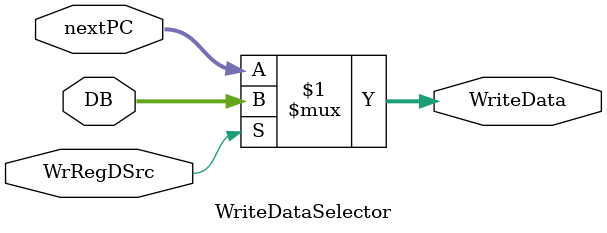
<source format=v>
`timescale 1ns / 1ps


module WriteDataSelector(
    input WrRegDSrc,
    input [31:0] nextPC,
    input [31:0] DB,
    output [31:0] WriteData
    );
    
    assign WriteData = (WrRegDSrc ? DB : nextPC);
endmodule

</source>
